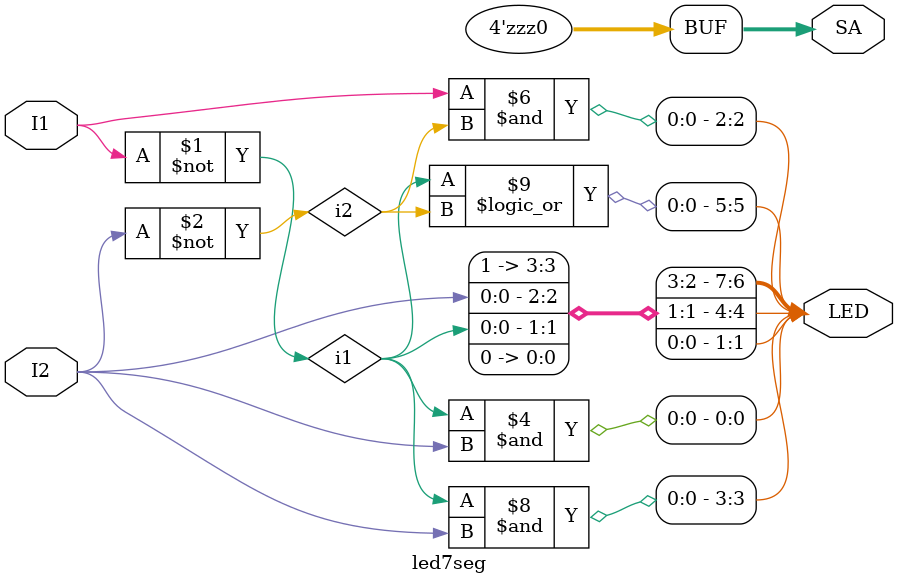
<source format=v>
module led7seg(I1, I2, SA, LED);
input I1,I2;
output [7:0]LED;
output [3:0]SA;
	wire i1,i2;

	assign SA= 4'bZZZ0;
	assign i1=~I1;
	assign i2=~I2;

	assign LED[0]=i1 &(~i2);
	assign LED[1]=0;
	assign LED[2]=(~i1) &i2;
	assign LED[3]=i1 &(~i2);
	assign LED[4]=i1;
	assign LED[5]=i1 ||i2;
	assign LED[6]=~i2;
	assign LED[7]= 1;

endmodule
</source>
